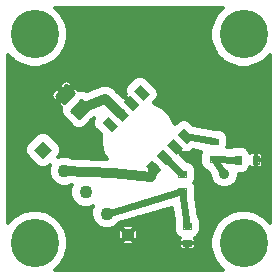
<source format=gtl>
G75*
%MOIN*%
%OFA0B0*%
%FSLAX25Y25*%
%IPPOS*%
%LPD*%
%AMOC8*
5,1,8,0,0,1.08239X$1,22.5*
%
%ADD10R,0.04350X0.04350*%
%ADD11C,0.04350*%
%ADD12R,0.04500X0.03000*%
%ADD13C,0.00906*%
%ADD14C,0.00472*%
%ADD15C,0.01200*%
%ADD16C,0.03562*%
%ADD17C,0.02400*%
%ADD18C,0.03200*%
%ADD19C,0.03169*%
%ADD20C,0.16122*%
D10*
G36*
X0045931Y0068557D02*
X0042856Y0071632D01*
X0045931Y0074707D01*
X0049006Y0071632D01*
X0045931Y0068557D01*
G37*
D11*
X0053002Y0064561D03*
X0060073Y0057490D03*
X0067145Y0050419D03*
X0074216Y0043348D03*
D12*
G36*
X0082158Y0068260D02*
X0085339Y0065079D01*
X0083218Y0062958D01*
X0080037Y0066139D01*
X0082158Y0068260D01*
G37*
G36*
X0085693Y0071795D02*
X0088874Y0068614D01*
X0086753Y0066493D01*
X0083572Y0069674D01*
X0085693Y0071795D01*
G37*
G36*
X0089229Y0075331D02*
X0092410Y0072150D01*
X0090289Y0070029D01*
X0087108Y0073210D01*
X0089229Y0075331D01*
G37*
G36*
X0092764Y0078866D02*
X0095945Y0075685D01*
X0093824Y0073564D01*
X0090643Y0076745D01*
X0092764Y0078866D01*
G37*
G36*
X0078269Y0093362D02*
X0081450Y0090181D01*
X0079329Y0088060D01*
X0076148Y0091241D01*
X0078269Y0093362D01*
G37*
G36*
X0074733Y0089826D02*
X0077914Y0086645D01*
X0075793Y0084524D01*
X0072612Y0087705D01*
X0074733Y0089826D01*
G37*
G36*
X0071198Y0086291D02*
X0074379Y0083110D01*
X0072258Y0080989D01*
X0069077Y0084170D01*
X0071198Y0086291D01*
G37*
G36*
X0067662Y0082755D02*
X0070843Y0079574D01*
X0068722Y0077453D01*
X0065541Y0080634D01*
X0067662Y0082755D01*
G37*
D13*
X0061240Y0085592D02*
X0057845Y0082197D01*
X0055284Y0084758D01*
X0058679Y0088153D01*
X0061240Y0085592D01*
X0058750Y0083102D02*
X0056940Y0083102D01*
X0056035Y0084007D02*
X0059655Y0084007D01*
X0060560Y0084912D02*
X0055438Y0084912D01*
X0056343Y0085817D02*
X0061015Y0085817D01*
X0060110Y0086722D02*
X0057248Y0086722D01*
X0058153Y0087627D02*
X0059205Y0087627D01*
X0056229Y0090603D02*
X0052834Y0087208D01*
X0050273Y0089769D01*
X0053668Y0093164D01*
X0056229Y0090603D01*
X0053739Y0088113D02*
X0051929Y0088113D01*
X0051024Y0089018D02*
X0054644Y0089018D01*
X0055549Y0089923D02*
X0050427Y0089923D01*
X0051332Y0090828D02*
X0056004Y0090828D01*
X0055099Y0091733D02*
X0052237Y0091733D01*
X0053142Y0092638D02*
X0054194Y0092638D01*
D14*
X0090994Y0064608D02*
X0090994Y0062718D01*
X0090994Y0064608D02*
X0093672Y0064608D01*
X0093672Y0062718D01*
X0090994Y0062718D01*
X0090994Y0063189D02*
X0093672Y0063189D01*
X0093672Y0063660D02*
X0090994Y0063660D01*
X0090994Y0064131D02*
X0093672Y0064131D01*
X0093672Y0064602D02*
X0090994Y0064602D01*
X0090994Y0058782D02*
X0090994Y0056892D01*
X0090994Y0058782D02*
X0093672Y0058782D01*
X0093672Y0056892D01*
X0090994Y0056892D01*
X0090994Y0057363D02*
X0093672Y0057363D01*
X0093672Y0057834D02*
X0090994Y0057834D01*
X0090994Y0058305D02*
X0093672Y0058305D01*
X0093672Y0058776D02*
X0090994Y0058776D01*
X0101494Y0067692D02*
X0101494Y0069582D01*
X0104172Y0069582D01*
X0104172Y0067692D01*
X0101494Y0067692D01*
X0101494Y0068163D02*
X0104172Y0068163D01*
X0104172Y0068634D02*
X0101494Y0068634D01*
X0101494Y0069105D02*
X0104172Y0069105D01*
X0104172Y0069576D02*
X0101494Y0069576D01*
X0101494Y0073518D02*
X0101494Y0075408D01*
X0104172Y0075408D01*
X0104172Y0073518D01*
X0101494Y0073518D01*
X0101494Y0073989D02*
X0104172Y0073989D01*
X0104172Y0074460D02*
X0101494Y0074460D01*
X0101494Y0074931D02*
X0104172Y0074931D01*
X0104172Y0075402D02*
X0101494Y0075402D01*
X0109975Y0066911D02*
X0111865Y0066911D01*
X0109975Y0066911D02*
X0109975Y0069589D01*
X0111865Y0069589D01*
X0111865Y0066911D01*
X0111865Y0067382D02*
X0109975Y0067382D01*
X0109975Y0067853D02*
X0111865Y0067853D01*
X0111865Y0068324D02*
X0109975Y0068324D01*
X0109975Y0068795D02*
X0111865Y0068795D01*
X0111865Y0069266D02*
X0109975Y0069266D01*
X0115802Y0066911D02*
X0117692Y0066911D01*
X0115802Y0066911D02*
X0115802Y0069589D01*
X0117692Y0069589D01*
X0117692Y0066911D01*
X0117692Y0067382D02*
X0115802Y0067382D01*
X0115802Y0067853D02*
X0117692Y0067853D01*
X0117692Y0068324D02*
X0115802Y0068324D01*
X0115802Y0068795D02*
X0117692Y0068795D01*
X0117692Y0069266D02*
X0115802Y0069266D01*
X0092594Y0047308D02*
X0092594Y0045418D01*
X0092594Y0047308D02*
X0095272Y0047308D01*
X0095272Y0045418D01*
X0092594Y0045418D01*
X0092594Y0045889D02*
X0095272Y0045889D01*
X0095272Y0046360D02*
X0092594Y0046360D01*
X0092594Y0046831D02*
X0095272Y0046831D01*
X0095272Y0047302D02*
X0092594Y0047302D01*
X0092594Y0041482D02*
X0092594Y0039592D01*
X0092594Y0041482D02*
X0095272Y0041482D01*
X0095272Y0039592D01*
X0092594Y0039592D01*
X0092594Y0040063D02*
X0095272Y0040063D01*
X0095272Y0040534D02*
X0092594Y0040534D01*
X0092594Y0041005D02*
X0095272Y0041005D01*
X0095272Y0041476D02*
X0092594Y0041476D01*
D15*
X0091229Y0041934D02*
X0077283Y0041934D01*
X0077206Y0041749D02*
X0077461Y0042364D01*
X0077590Y0043016D01*
X0077590Y0043680D01*
X0077461Y0044332D01*
X0077206Y0044947D01*
X0076837Y0045499D01*
X0076734Y0045602D01*
X0074481Y0043348D01*
X0074216Y0043613D01*
X0076469Y0045867D01*
X0076367Y0045969D01*
X0075814Y0046339D01*
X0075200Y0046593D01*
X0074548Y0046723D01*
X0073883Y0046723D01*
X0073231Y0046593D01*
X0072617Y0046339D01*
X0072064Y0045969D01*
X0071962Y0045867D01*
X0074216Y0043613D01*
X0073951Y0043348D01*
X0074216Y0043083D01*
X0074481Y0043348D01*
X0076734Y0041094D01*
X0076837Y0041197D01*
X0077206Y0041749D01*
X0076469Y0040829D02*
X0074216Y0043083D01*
X0071962Y0040829D01*
X0072064Y0040727D01*
X0072617Y0040357D01*
X0073231Y0040103D01*
X0073883Y0039973D01*
X0074548Y0039973D01*
X0075200Y0040103D01*
X0075814Y0040357D01*
X0076367Y0040727D01*
X0076469Y0040829D01*
X0076375Y0040735D02*
X0091159Y0040735D01*
X0091159Y0040537D02*
X0093933Y0040537D01*
X0093933Y0040537D01*
X0091159Y0040537D01*
X0091159Y0041671D01*
X0091256Y0042036D01*
X0091445Y0042363D01*
X0091466Y0042383D01*
X0090762Y0042675D01*
X0089851Y0043585D01*
X0089359Y0044775D01*
X0089359Y0047952D01*
X0089443Y0048155D01*
X0088846Y0052431D01*
X0071312Y0047268D01*
X0070076Y0046032D01*
X0068174Y0045244D01*
X0066115Y0045244D01*
X0064213Y0046032D01*
X0062758Y0047488D01*
X0061970Y0049390D01*
X0061970Y0051448D01*
X0062583Y0052928D01*
X0061103Y0052315D01*
X0059044Y0052315D01*
X0057142Y0053103D01*
X0055687Y0054559D01*
X0054899Y0056461D01*
X0054899Y0058519D01*
X0055450Y0059850D01*
X0055179Y0059861D01*
X0054032Y0059386D01*
X0051973Y0059386D01*
X0050071Y0060174D01*
X0048615Y0061630D01*
X0047828Y0063532D01*
X0047828Y0065591D01*
X0048266Y0066649D01*
X0047631Y0066013D01*
X0046528Y0065557D01*
X0045335Y0065557D01*
X0044232Y0066013D01*
X0040312Y0069933D01*
X0039856Y0071036D01*
X0039856Y0072229D01*
X0040312Y0073332D01*
X0044232Y0077251D01*
X0045335Y0077708D01*
X0046528Y0077708D01*
X0047631Y0077251D01*
X0051550Y0073332D01*
X0052007Y0072229D01*
X0052007Y0071036D01*
X0051550Y0069933D01*
X0050915Y0069298D01*
X0051973Y0069736D01*
X0054032Y0069736D01*
X0055693Y0069048D01*
X0067045Y0068550D01*
X0065976Y0070403D01*
X0065101Y0073669D01*
X0065101Y0076832D01*
X0062997Y0078935D01*
X0062540Y0080038D01*
X0062540Y0081231D01*
X0062919Y0082146D01*
X0062501Y0081970D01*
X0059801Y0079269D01*
X0058532Y0078744D01*
X0057158Y0078744D01*
X0055889Y0079269D01*
X0052357Y0082802D01*
X0051831Y0084071D01*
X0051831Y0085444D01*
X0051976Y0085794D01*
X0051819Y0085885D01*
X0050761Y0086943D01*
X0053251Y0089434D01*
X0052499Y0090186D01*
X0050008Y0087695D01*
X0048950Y0088754D01*
X0048733Y0089131D01*
X0048620Y0089551D01*
X0048620Y0089986D01*
X0048733Y0090407D01*
X0048950Y0090783D01*
X0050426Y0092259D01*
X0052499Y0090186D01*
X0053251Y0090938D01*
X0051178Y0093012D01*
X0052654Y0094487D01*
X0053031Y0094705D01*
X0053451Y0094818D01*
X0053887Y0094818D01*
X0054307Y0094705D01*
X0054684Y0094487D01*
X0055742Y0093429D01*
X0053251Y0090938D01*
X0054004Y0090186D01*
X0056494Y0092677D01*
X0057553Y0091619D01*
X0057643Y0091462D01*
X0057993Y0091607D01*
X0059367Y0091607D01*
X0060533Y0091124D01*
X0062160Y0091810D01*
X0062198Y0091847D01*
X0063001Y0092164D01*
X0063796Y0092499D01*
X0063850Y0092500D01*
X0064790Y0092871D01*
X0065555Y0093205D01*
X0065638Y0093206D01*
X0065716Y0093237D01*
X0066550Y0093223D01*
X0067384Y0093239D01*
X0067462Y0093208D01*
X0067546Y0093207D01*
X0068311Y0092875D01*
X0069088Y0092570D01*
X0069148Y0092512D01*
X0069225Y0092479D01*
X0069805Y0091879D01*
X0072496Y0089287D01*
X0072718Y0089509D01*
X0074495Y0087731D01*
X0074830Y0087821D01*
X0072930Y0089721D01*
X0073354Y0090145D01*
X0073147Y0090645D01*
X0073147Y0091838D01*
X0073604Y0092941D01*
X0076569Y0095906D01*
X0077672Y0096363D01*
X0078865Y0096363D01*
X0079968Y0095906D01*
X0083994Y0091880D01*
X0084450Y0090777D01*
X0084450Y0089584D01*
X0083994Y0088481D01*
X0082852Y0087340D01*
X0082900Y0087327D01*
X0085829Y0085636D01*
X0088220Y0083245D01*
X0089910Y0080317D01*
X0089923Y0080269D01*
X0091065Y0081410D01*
X0092167Y0081867D01*
X0093361Y0081867D01*
X0094463Y0081410D01*
X0095859Y0080014D01*
X0103319Y0078644D01*
X0104816Y0078644D01*
X0106005Y0078152D01*
X0106915Y0077241D01*
X0107408Y0076052D01*
X0107408Y0072875D01*
X0107306Y0072628D01*
X0108695Y0072561D01*
X0109331Y0072825D01*
X0112509Y0072825D01*
X0113698Y0072332D01*
X0114608Y0071422D01*
X0114900Y0070718D01*
X0114920Y0070738D01*
X0115247Y0070927D01*
X0115613Y0071025D01*
X0116747Y0071025D01*
X0116747Y0068250D01*
X0119128Y0068250D01*
X0119128Y0069778D01*
X0119030Y0070143D01*
X0118841Y0070470D01*
X0118573Y0070738D01*
X0118246Y0070927D01*
X0117881Y0071025D01*
X0116747Y0071025D01*
X0116747Y0068250D01*
X0116747Y0068250D01*
X0119128Y0068250D01*
X0119128Y0066722D01*
X0119030Y0066357D01*
X0118841Y0066030D01*
X0118573Y0065762D01*
X0118246Y0065573D01*
X0117881Y0065475D01*
X0116747Y0065475D01*
X0116747Y0068250D01*
X0116747Y0068250D01*
X0116747Y0068250D01*
X0116747Y0065475D01*
X0115613Y0065475D01*
X0115247Y0065573D01*
X0114920Y0065762D01*
X0114900Y0065782D01*
X0114608Y0065078D01*
X0113698Y0064168D01*
X0112509Y0063675D01*
X0111114Y0063675D01*
X0111114Y0062799D01*
X0110387Y0061042D01*
X0109042Y0059697D01*
X0107284Y0058969D01*
X0105382Y0058969D01*
X0103625Y0059697D01*
X0102280Y0061042D01*
X0101552Y0062799D01*
X0101552Y0063212D01*
X0100582Y0064567D01*
X0099662Y0064948D01*
X0098751Y0065859D01*
X0098259Y0067048D01*
X0098259Y0070225D01*
X0098570Y0070976D01*
X0095959Y0071456D01*
X0095524Y0071020D01*
X0094421Y0070564D01*
X0093228Y0070564D01*
X0092729Y0070770D01*
X0092304Y0070346D01*
X0090404Y0072246D01*
X0090315Y0071912D01*
X0092092Y0070134D01*
X0091769Y0069811D01*
X0093962Y0067844D01*
X0094316Y0067844D01*
X0095505Y0067352D01*
X0096415Y0066441D01*
X0096908Y0065252D01*
X0096908Y0062075D01*
X0096415Y0060885D01*
X0096280Y0060750D01*
X0096415Y0060615D01*
X0096908Y0059425D01*
X0096908Y0056248D01*
X0096824Y0056045D01*
X0097749Y0049407D01*
X0098015Y0049141D01*
X0098508Y0047952D01*
X0098508Y0044775D01*
X0098015Y0043585D01*
X0097105Y0042675D01*
X0096401Y0042383D01*
X0096421Y0042363D01*
X0096610Y0042036D01*
X0096708Y0041671D01*
X0096708Y0040537D01*
X0093933Y0040537D01*
X0093933Y0040537D01*
X0093933Y0040536D02*
X0093933Y0040536D01*
X0093933Y0038155D01*
X0092406Y0038156D01*
X0092040Y0038253D01*
X0091713Y0038442D01*
X0091445Y0038710D01*
X0091256Y0039037D01*
X0091159Y0039403D01*
X0091159Y0040537D01*
X0091159Y0039537D02*
X0054205Y0039537D01*
X0054205Y0039105D02*
X0054205Y0042017D01*
X0053452Y0044830D01*
X0051995Y0047353D01*
X0049936Y0049412D01*
X0047414Y0050868D01*
X0044601Y0051622D01*
X0041688Y0051622D01*
X0038875Y0050868D01*
X0036353Y0049412D01*
X0034333Y0047393D01*
X0034333Y0103328D01*
X0036353Y0101308D01*
X0038875Y0099852D01*
X0041688Y0099098D01*
X0044601Y0099098D01*
X0047414Y0099852D01*
X0049936Y0101308D01*
X0051995Y0103368D01*
X0053452Y0105890D01*
X0054205Y0108703D01*
X0054205Y0111616D01*
X0053452Y0114429D01*
X0051995Y0116951D01*
X0049976Y0118970D01*
X0105911Y0118970D01*
X0103892Y0116951D01*
X0102436Y0114429D01*
X0101682Y0111616D01*
X0101682Y0108703D01*
X0102436Y0105890D01*
X0103892Y0103368D01*
X0105951Y0101308D01*
X0108473Y0099852D01*
X0111287Y0099098D01*
X0114199Y0099098D01*
X0117012Y0099852D01*
X0119534Y0101308D01*
X0121554Y0103328D01*
X0121554Y0047393D01*
X0119534Y0049412D01*
X0117012Y0050868D01*
X0114199Y0051622D01*
X0111287Y0051622D01*
X0108473Y0050868D01*
X0105951Y0049412D01*
X0103892Y0047353D01*
X0102436Y0044830D01*
X0101682Y0042017D01*
X0101682Y0039105D01*
X0102436Y0036292D01*
X0103892Y0033769D01*
X0105911Y0031750D01*
X0049976Y0031750D01*
X0051995Y0033769D01*
X0053452Y0036292D01*
X0054205Y0039105D01*
X0054000Y0038338D02*
X0091894Y0038338D01*
X0093933Y0038338D02*
X0093933Y0038338D01*
X0093933Y0038156D02*
X0095461Y0038156D01*
X0095826Y0038253D01*
X0096154Y0038442D01*
X0096421Y0038710D01*
X0096610Y0039037D01*
X0096708Y0039403D01*
X0096708Y0040537D01*
X0093933Y0040537D01*
X0093933Y0040536D02*
X0093933Y0038156D01*
X0093933Y0039537D02*
X0093933Y0039537D01*
X0095973Y0038338D02*
X0101887Y0038338D01*
X0101682Y0039537D02*
X0096708Y0039537D01*
X0096708Y0040735D02*
X0101682Y0040735D01*
X0101682Y0041934D02*
X0096638Y0041934D01*
X0097562Y0043132D02*
X0101980Y0043132D01*
X0102302Y0044331D02*
X0098324Y0044331D01*
X0098508Y0045529D02*
X0102839Y0045529D01*
X0103531Y0046728D02*
X0098508Y0046728D01*
X0098508Y0047926D02*
X0104465Y0047926D01*
X0105664Y0049125D02*
X0098022Y0049125D01*
X0097622Y0050323D02*
X0107529Y0050323D01*
X0110912Y0051522D02*
X0097455Y0051522D01*
X0097287Y0052720D02*
X0121554Y0052720D01*
X0121554Y0051522D02*
X0114573Y0051522D01*
X0117956Y0050323D02*
X0121554Y0050323D01*
X0121554Y0049125D02*
X0119822Y0049125D01*
X0121020Y0047926D02*
X0121554Y0047926D01*
X0121554Y0053919D02*
X0097120Y0053919D01*
X0096953Y0055117D02*
X0121554Y0055117D01*
X0121554Y0056316D02*
X0096908Y0056316D01*
X0096908Y0057514D02*
X0121554Y0057514D01*
X0121554Y0058713D02*
X0096908Y0058713D01*
X0096707Y0059911D02*
X0103411Y0059911D01*
X0102252Y0061110D02*
X0096508Y0061110D01*
X0096908Y0062308D02*
X0101755Y0062308D01*
X0101341Y0063507D02*
X0096908Y0063507D01*
X0096908Y0064705D02*
X0100248Y0064705D01*
X0098732Y0065904D02*
X0096638Y0065904D01*
X0095755Y0067102D02*
X0098259Y0067102D01*
X0098259Y0068301D02*
X0093453Y0068301D01*
X0092117Y0069499D02*
X0098259Y0069499D01*
X0098454Y0070698D02*
X0094745Y0070698D01*
X0092904Y0070698D02*
X0092656Y0070698D01*
X0091953Y0070698D02*
X0091528Y0070698D01*
X0090754Y0071896D02*
X0090330Y0071896D01*
X0089940Y0080286D02*
X0089919Y0080286D01*
X0089236Y0081484D02*
X0091244Y0081484D01*
X0088544Y0082683D02*
X0121554Y0082683D01*
X0121554Y0081484D02*
X0094284Y0081484D01*
X0095588Y0080286D02*
X0121554Y0080286D01*
X0121554Y0079087D02*
X0100907Y0079087D01*
X0106268Y0077889D02*
X0121554Y0077889D01*
X0121554Y0076690D02*
X0107144Y0076690D01*
X0107408Y0075492D02*
X0121554Y0075492D01*
X0121554Y0074293D02*
X0107408Y0074293D01*
X0107408Y0073095D02*
X0121554Y0073095D01*
X0121554Y0071896D02*
X0114134Y0071896D01*
X0116747Y0070698D02*
X0116747Y0070698D01*
X0116747Y0069499D02*
X0116747Y0069499D01*
X0116747Y0068301D02*
X0116747Y0068301D01*
X0116747Y0067102D02*
X0116747Y0067102D01*
X0116747Y0065904D02*
X0116747Y0065904D01*
X0118715Y0065904D02*
X0121554Y0065904D01*
X0121554Y0067102D02*
X0119128Y0067102D01*
X0119128Y0068301D02*
X0121554Y0068301D01*
X0121554Y0069499D02*
X0119128Y0069499D01*
X0118613Y0070698D02*
X0121554Y0070698D01*
X0121554Y0064705D02*
X0114235Y0064705D01*
X0111114Y0063507D02*
X0121554Y0063507D01*
X0121554Y0062308D02*
X0110911Y0062308D01*
X0110415Y0061110D02*
X0121554Y0061110D01*
X0121554Y0059911D02*
X0109256Y0059911D01*
X0090304Y0043132D02*
X0077590Y0043132D01*
X0077461Y0044331D02*
X0089542Y0044331D01*
X0089359Y0045529D02*
X0076807Y0045529D01*
X0076662Y0045529D02*
X0076132Y0045529D01*
X0075463Y0044331D02*
X0074933Y0044331D01*
X0074697Y0043132D02*
X0074265Y0043132D01*
X0074166Y0043132D02*
X0073735Y0043132D01*
X0073951Y0043348D02*
X0071697Y0041094D01*
X0071594Y0041197D01*
X0071225Y0041749D01*
X0070970Y0042364D01*
X0070841Y0043016D01*
X0070841Y0043680D01*
X0070970Y0044332D01*
X0071225Y0044947D01*
X0071594Y0045499D01*
X0071697Y0045602D01*
X0073951Y0043348D01*
X0073498Y0044331D02*
X0072968Y0044331D01*
X0072300Y0045529D02*
X0071769Y0045529D01*
X0071624Y0045529D02*
X0068862Y0045529D01*
X0070771Y0046728D02*
X0089359Y0046728D01*
X0089359Y0047926D02*
X0073547Y0047926D01*
X0077617Y0049125D02*
X0089308Y0049125D01*
X0089140Y0050323D02*
X0081687Y0050323D01*
X0085757Y0051522D02*
X0088973Y0051522D01*
X0075895Y0041934D02*
X0075365Y0041934D01*
X0073066Y0041934D02*
X0072536Y0041934D01*
X0072056Y0040735D02*
X0054205Y0040735D01*
X0054205Y0041934D02*
X0071149Y0041934D01*
X0070841Y0043132D02*
X0053907Y0043132D01*
X0053585Y0044331D02*
X0070970Y0044331D01*
X0065427Y0045529D02*
X0053048Y0045529D01*
X0052356Y0046728D02*
X0063518Y0046728D01*
X0062576Y0047926D02*
X0051422Y0047926D01*
X0050223Y0049125D02*
X0062080Y0049125D01*
X0061970Y0050323D02*
X0048358Y0050323D01*
X0044975Y0051522D02*
X0062000Y0051522D01*
X0062080Y0052720D02*
X0062497Y0052720D01*
X0058067Y0052720D02*
X0034333Y0052720D01*
X0034333Y0051522D02*
X0041314Y0051522D01*
X0037931Y0050323D02*
X0034333Y0050323D01*
X0034333Y0049125D02*
X0036065Y0049125D01*
X0034867Y0047926D02*
X0034333Y0047926D01*
X0034333Y0053919D02*
X0056327Y0053919D01*
X0055455Y0055117D02*
X0034333Y0055117D01*
X0034333Y0056316D02*
X0054959Y0056316D01*
X0054899Y0057514D02*
X0034333Y0057514D01*
X0034333Y0058713D02*
X0054979Y0058713D01*
X0050706Y0059911D02*
X0034333Y0059911D01*
X0034333Y0061110D02*
X0049136Y0061110D01*
X0048334Y0062308D02*
X0034333Y0062308D01*
X0034333Y0063507D02*
X0047838Y0063507D01*
X0047828Y0064705D02*
X0034333Y0064705D01*
X0034333Y0065904D02*
X0044496Y0065904D01*
X0043143Y0067102D02*
X0034333Y0067102D01*
X0034333Y0068301D02*
X0041944Y0068301D01*
X0040746Y0069499D02*
X0034333Y0069499D01*
X0034333Y0070698D02*
X0039996Y0070698D01*
X0039856Y0071896D02*
X0034333Y0071896D01*
X0034333Y0073095D02*
X0040214Y0073095D01*
X0041274Y0074293D02*
X0034333Y0074293D01*
X0034333Y0075492D02*
X0042473Y0075492D01*
X0043671Y0076690D02*
X0034333Y0076690D01*
X0034333Y0077889D02*
X0064043Y0077889D01*
X0065101Y0076690D02*
X0048191Y0076690D01*
X0049390Y0075492D02*
X0065101Y0075492D01*
X0065101Y0074293D02*
X0050588Y0074293D01*
X0051648Y0073095D02*
X0065254Y0073095D01*
X0065576Y0071896D02*
X0052007Y0071896D01*
X0051867Y0070698D02*
X0065897Y0070698D01*
X0066497Y0069499D02*
X0054603Y0069499D01*
X0051402Y0069499D02*
X0051117Y0069499D01*
X0047957Y0065904D02*
X0047366Y0065904D01*
X0056328Y0079087D02*
X0034333Y0079087D01*
X0034333Y0080286D02*
X0054872Y0080286D01*
X0053674Y0081484D02*
X0034333Y0081484D01*
X0034333Y0082683D02*
X0052475Y0082683D01*
X0051909Y0083882D02*
X0034333Y0083882D01*
X0034333Y0085080D02*
X0051831Y0085080D01*
X0051425Y0086279D02*
X0034333Y0086279D01*
X0034333Y0087477D02*
X0051295Y0087477D01*
X0050989Y0088676D02*
X0052493Y0088676D01*
X0052187Y0089874D02*
X0052811Y0089874D01*
X0053117Y0091073D02*
X0051613Y0091073D01*
X0051919Y0092271D02*
X0034333Y0092271D01*
X0034333Y0091073D02*
X0049239Y0091073D01*
X0048620Y0089874D02*
X0034333Y0089874D01*
X0034333Y0088676D02*
X0049028Y0088676D01*
X0053386Y0091073D02*
X0054890Y0091073D01*
X0054584Y0092271D02*
X0056089Y0092271D01*
X0056900Y0092271D02*
X0063255Y0092271D01*
X0069426Y0092271D02*
X0073326Y0092271D01*
X0073147Y0091073D02*
X0070642Y0091073D01*
X0071886Y0089874D02*
X0073083Y0089874D01*
X0073551Y0088676D02*
X0073975Y0088676D01*
X0074133Y0093470D02*
X0055702Y0093470D01*
X0054371Y0094668D02*
X0075331Y0094668D01*
X0076530Y0095867D02*
X0034333Y0095867D01*
X0034333Y0097065D02*
X0121554Y0097065D01*
X0121554Y0095867D02*
X0080007Y0095867D01*
X0081205Y0094668D02*
X0121554Y0094668D01*
X0121554Y0093470D02*
X0082404Y0093470D01*
X0083602Y0092271D02*
X0121554Y0092271D01*
X0121554Y0091073D02*
X0084328Y0091073D01*
X0084450Y0089874D02*
X0121554Y0089874D01*
X0121554Y0088676D02*
X0084074Y0088676D01*
X0082989Y0087477D02*
X0121554Y0087477D01*
X0121554Y0086279D02*
X0084716Y0086279D01*
X0086385Y0085080D02*
X0121554Y0085080D01*
X0121554Y0083882D02*
X0087584Y0083882D01*
X0105400Y0101859D02*
X0050487Y0101859D01*
X0051685Y0103058D02*
X0104202Y0103058D01*
X0103379Y0104256D02*
X0052508Y0104256D01*
X0053200Y0105455D02*
X0102687Y0105455D01*
X0102231Y0106653D02*
X0053656Y0106653D01*
X0053977Y0107852D02*
X0101910Y0107852D01*
X0101682Y0109050D02*
X0054205Y0109050D01*
X0054205Y0110249D02*
X0101682Y0110249D01*
X0101682Y0111447D02*
X0054205Y0111447D01*
X0053929Y0112646D02*
X0101958Y0112646D01*
X0102279Y0113844D02*
X0053608Y0113844D01*
X0053097Y0115043D02*
X0102790Y0115043D01*
X0103482Y0116241D02*
X0052405Y0116241D01*
X0051507Y0117440D02*
X0104381Y0117440D01*
X0105579Y0118638D02*
X0050308Y0118638D01*
X0048814Y0100661D02*
X0107073Y0100661D01*
X0109929Y0099462D02*
X0045958Y0099462D01*
X0040331Y0099462D02*
X0034333Y0099462D01*
X0034333Y0098264D02*
X0121554Y0098264D01*
X0121554Y0099462D02*
X0115556Y0099462D01*
X0118412Y0100661D02*
X0121554Y0100661D01*
X0121554Y0101859D02*
X0120085Y0101859D01*
X0121284Y0103058D02*
X0121554Y0103058D01*
X0062645Y0081484D02*
X0062016Y0081484D01*
X0062540Y0080286D02*
X0060817Y0080286D01*
X0059362Y0079087D02*
X0062934Y0079087D01*
X0051636Y0093470D02*
X0034333Y0093470D01*
X0034333Y0094668D02*
X0052967Y0094668D01*
X0037475Y0100661D02*
X0034333Y0100661D01*
X0034333Y0101859D02*
X0035802Y0101859D01*
X0034603Y0103058D02*
X0034333Y0103058D01*
X0053679Y0037140D02*
X0102208Y0037140D01*
X0102638Y0035941D02*
X0053249Y0035941D01*
X0052557Y0034743D02*
X0103330Y0034743D01*
X0104117Y0033544D02*
X0051770Y0033544D01*
X0050571Y0032346D02*
X0105316Y0032346D01*
D16*
X0106333Y0063750D03*
X0061333Y0098750D03*
D17*
X0056333Y0098750D01*
X0086223Y0069144D02*
X0092333Y0063663D01*
X0092333Y0057837D02*
X0067145Y0050419D01*
X0092333Y0057837D02*
X0093933Y0046363D01*
X0106333Y0063750D02*
X0102833Y0068637D01*
X0110920Y0068250D01*
X0102833Y0074463D02*
X0093294Y0076215D01*
D18*
X0082688Y0065609D02*
X0081833Y0062450D01*
X0069233Y0063850D01*
X0053002Y0064561D01*
X0058262Y0085175D02*
X0064740Y0087905D01*
X0066555Y0088622D01*
X0071728Y0083640D01*
D19*
X0064740Y0087905D03*
D20*
X0043144Y0040561D03*
X0112743Y0040561D03*
X0112743Y0110159D03*
X0043144Y0110159D03*
M02*

</source>
